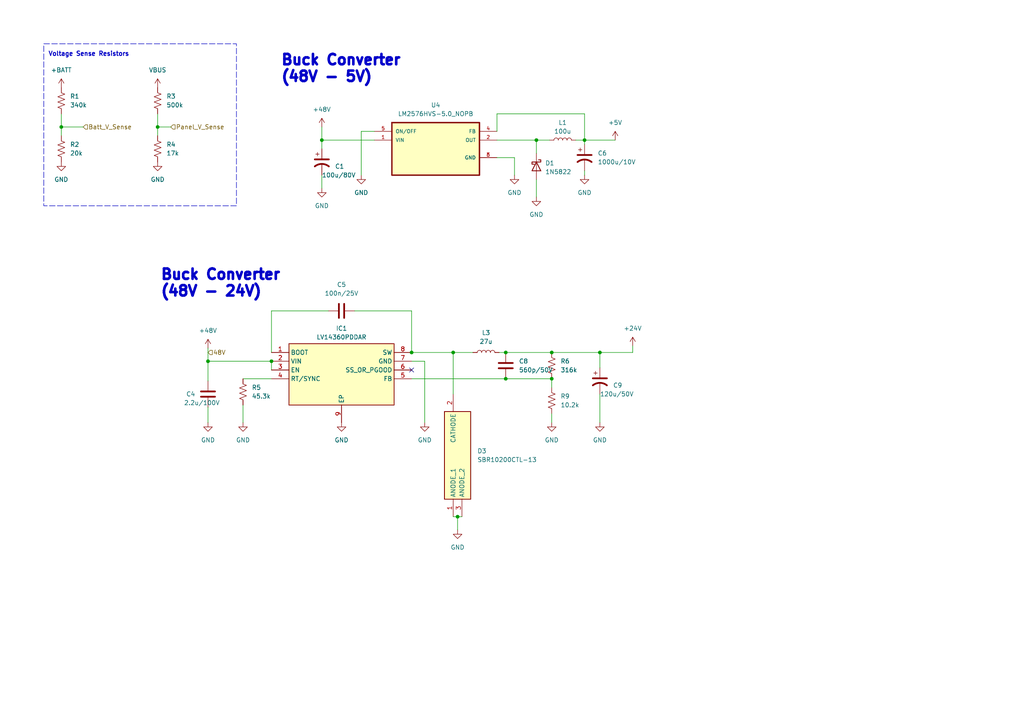
<source format=kicad_sch>
(kicad_sch (version 20230121) (generator eeschema)
  (paper "A4")
  (lib_symbols
    (symbol "C_Polarized_US_1" (pin_numbers hide) (pin_names (offset 0.254) hide)
      (property "Reference" "C6" (at 3.81 -1.27 0))
      (property "Value" "100u/80V" (at 0 -3.81 0))
      (symbol "C_Polarized_US_1_0_1"
        (polyline (pts (xy -2.032 0.762) (xy 2.032 0.762)) (stroke (width 0.508)))
        (polyline (pts (xy -1.778 2.286) (xy -0.762 2.286)))
        (polyline (pts (xy -1.27 1.778) (xy -1.27 2.794)))
        (arc (start 2.032 -1.27) (mid 0 -0.5572) (end -2.032 -1.27) (stroke (width 0.508)))
      )
      (symbol "C_Polarized_US_1_1_1"
        (pin passive line (at 0 -3.81 90) (length 3.302) (name "~") (number "N"))
        (pin passive line (at 0 3.81 270) (length 2.794) (name "~") (number "P"))
      )
    )
    (symbol "Device:C" (pin_numbers hide) (pin_names (offset 0.254))
      (property "Reference" "C" (at 0.635 2.54 0))
      (property "Value" "C" (at 0.635 -2.54 0))
      (symbol "C_0_1"
        (polyline (pts (xy -2.032 -0.762) (xy 2.032 -0.762)) (stroke (width 0.508)))
        (polyline (pts (xy -2.032 0.762) (xy 2.032 0.762)) (stroke (width 0.508)))
      )
      (symbol "C_1_1"
        (pin passive line (at 0 3.81 270) (length 2.794) (name "~") (number "1"))
        (pin passive line (at 0 -3.81 90) (length 2.794) (name "~") (number "2"))
      )
    )
    (symbol "Device:C_Polarized_US" (pin_numbers hide) (pin_names (offset 0.254) hide)
      (property "Reference" "C3" (at 3.81 1.27 0))
      (property "Value" "1000u/10V" (at 3.81 -1.27 0))
      (symbol "C_Polarized_US_0_1"
        (polyline (pts (xy -2.032 0.762) (xy 2.032 0.762)) (stroke (width 0.508)))
        (polyline (pts (xy -1.778 2.286) (xy -0.762 2.286)))
        (polyline (pts (xy -1.27 1.778) (xy -1.27 2.794)))
        (arc (start 2.032 -1.27) (mid 0 -0.5572) (end -2.032 -1.27) (stroke (width 0.508)))
      )
      (symbol "C_Polarized_US_1_1"
        (pin passive line (at 0 -3.81 90) (length 3.302) (name "~") (number "N"))
        (pin passive line (at 0 3.81 270) (length 2.794) (name "~") (number "P"))
      )
    )
    (symbol "Device:L" (pin_numbers hide) (pin_names (offset 1.016) hide)
      (property "Reference" "L" (at -1.27 0 90))
      (property "Value" "L" (at 1.905 0 90))
      (symbol "L_0_1"
        (arc (start 0 -2.54) (mid 0.6323 -1.905) (end 0 -1.27))
        (arc (start 0 -1.27) (mid 0.6323 -0.635) (end 0 0))
        (arc (start 0 0) (mid 0.6323 0.635) (end 0 1.27))
        (arc (start 0 1.27) (mid 0.6323 1.905) (end 0 2.54))
      )
      (symbol "L_1_1"
        (pin passive line (at 0 3.81 270) (length 1.27) (name "1") (number "1"))
        (pin passive line (at 0 -3.81 90) (length 1.27) (name "2") (number "2"))
      )
    )
    (symbol "Device:R_US" (pin_numbers hide) (pin_names (offset 0))
      (property "Reference" "R" (at 2.54 0 90))
      (property "Value" "R_US" (at -2.54 0 90))
      (symbol "R_US_0_1"
        (polyline (pts (xy 0 -2.286) (xy 0 -2.54)))
        (polyline (pts (xy 0 2.286) (xy 0 2.54)))
        (polyline (pts (xy 0 -0.762) (xy 1.016 -1.143) (xy 0 -1.524) (xy -1.016 -1.905) (xy 0 -2.286)))
        (polyline (pts (xy 0 0.762) (xy 1.016 0.381) (xy 0 0) (xy -1.016 -0.381) (xy 0 -0.762)))
        (polyline (pts (xy 0 2.286) (xy 1.016 1.905) (xy 0 1.524) (xy -1.016 1.143) (xy 0 0.762)))
      )
      (symbol "R_US_1_1"
        (pin passive line (at 0 3.81 270) (length 1.27) (name "~") (number "1"))
        (pin passive line (at 0 -3.81 90) (length 1.27) (name "~") (number "2"))
      )
    )
    (symbol "Diode:1N5822" (pin_numbers hide) (pin_names (offset 1.016) hide)
      (property "Reference" "D" (at 0 2.54 0))
      (property "Value" "1N5822" (at 0 -2.54 0))
      (symbol "1N5822_0_1"
        (polyline (pts (xy 1.27 0) (xy -1.27 0)))
        (polyline (pts (xy 1.27 1.27) (xy 1.27 -1.27) (xy -1.27 0) (xy 1.27 1.27)) (stroke (width 0.254)))
        (polyline (pts (xy -1.905 0.635) (xy -1.905 1.27) (xy -1.27 1.27) (xy -1.27 -1.27) (xy -0.635 -1.27) (xy -0.635 -0.635)) (stroke (width 0.254)))
      )
      (symbol "1N5822_1_1"
        (pin passive line (at -3.81 0 0) (length 2.54) (name "K") (number "1"))
        (pin passive line (at 3.81 0 180) (length 2.54) (name "A") (number "2"))
      )
    )
    (symbol "LM2576S-12_NOPB:LM2576S-12_NOPB" (pin_names (offset 1.016))
      (property "Reference" "U" (at -12.7 8.62 0))
      (property "Value" "LM2576S-12_NOPB" (at -12.7 -11.62 0))
      (symbol "LM2576S-12_NOPB_0_0"
        (rectangle (start -12.7 -7.62) (end 12.7 7.62) (stroke (width 0.41)) (fill (type background)))
        (pin input line (at -17.78 2.54 0) (length 5.08) (name "VIN") (number "1"))
        (pin output line (at 17.78 2.54 180) (length 5.08) (name "OUT") (number "2"))
        (pin power_in line (at 17.78 -2.54 180) (length 5.08) (name "GND") (number "3"))
        (pin output line (at 17.78 5.08 180) (length 5.08) (name "FB") (number "4"))
        (pin input line (at -17.78 5.08 0) (length 5.08) (name "ON/OFF") (number "5"))
        (pin power_in line (at 17.78 -2.54 180) (length 5.08) (name "GND") (number "6"))
      )
    )
    (symbol "LV14360PDDAR:LV14360PDDAR"
      (property "Reference" "IC" (at 36.83 7.62 0))
      (property "Value" "LV14360PDDAR" (at 36.83 5.08 0))
      (symbol "LV14360PDDAR_1_1"
        (rectangle (start 5.08 2.54) (end 35.56 -15.24) (stroke (width 0.254)) (fill (type background)))
        (pin passive line (at 0 0 0) (length 5.08) (name "BOOT") (number "1"))
        (pin passive line (at 0 -2.54 0) (length 5.08) (name "VIN") (number "2"))
        (pin passive line (at 0 -5.08 0) (length 5.08) (name "EN") (number "3"))
        (pin passive line (at 0 -7.62 0) (length 5.08) (name "RT/SYNC") (number "4"))
        (pin passive line (at 40.64 -7.62 180) (length 5.08) (name "FB") (number "5"))
        (pin passive line (at 40.64 -5.08 180) (length 5.08) (name "SS_OR_PGOOD") (number "6"))
        (pin passive line (at 40.64 -2.54 180) (length 5.08) (name "GND") (number "7"))
        (pin passive line (at 40.64 0 180) (length 5.08) (name "SW") (number "8"))
        (pin passive line (at 20.32 -20.32 90) (length 5.08) (name "EP") (number "9"))
      )
    )
    (symbol "SBR10200CTL-13:SBR10200CTL-13"
      (property "Reference" "D" (at 31.75 7.62 0))
      (property "Value" "SBR10200CTL-13" (at 31.75 5.08 0))
      (symbol "SBR10200CTL-13_1_1"
        (rectangle (start 5.08 2.54) (end 30.48 -5.08) (stroke (width 0.254)) (fill (type background)))
        (pin passive line (at 0 0 0) (length 5.08) (name "ANODE_1") (number "1"))
        (pin passive line (at 35.56 0 180) (length 5.08) (name "CATHODE") (number "2"))
        (pin passive line (at 0 -2.54 0) (length 5.08) (name "ANODE_2") (number "3"))
      )
    )
    (symbol "power:+24V" (power) (pin_names (offset 0))
      (property "Value" "+24V" (at 0 3.556 0))
      (symbol "+24V_0_1"
        (polyline (pts (xy -0.762 1.27) (xy 0 2.54)))
        (polyline (pts (xy 0 0) (xy 0 2.54)))
        (polyline (pts (xy 0 2.54) (xy 0.762 1.27)))
      )
      (symbol "+24V_1_1"
        (pin power_in line (at 0 0 90) (length 0) hide (name "+24V") (number "1"))
      )
    )
    (symbol "power:+48V" (power) (pin_names (offset 0))
      (property "Value" "+48V" (at 0 3.556 0))
      (symbol "+48V_0_1"
        (polyline (pts (xy -0.762 1.27) (xy 0 2.54)))
        (polyline (pts (xy 0 0) (xy 0 2.54)))
        (polyline (pts (xy 0 2.54) (xy 0.762 1.27)))
      )
      (symbol "+48V_1_1"
        (pin power_in line (at 0 0 90) (length 0) hide (name "+48V") (number "1"))
      )
    )
    (symbol "power:+5V" (power) (pin_names (offset 0))
      (property "Value" "+5V" (at 0 3.556 0))
      (symbol "+5V_0_1"
        (polyline (pts (xy -0.762 1.27) (xy 0 2.54)))
        (polyline (pts (xy 0 0) (xy 0 2.54)))
        (polyline (pts (xy 0 2.54) (xy 0.762 1.27)))
      )
      (symbol "+5V_1_1"
        (pin power_in line (at 0 0 90) (length 0) hide (name "+5V") (number "1"))
      )
    )
    (symbol "power:+BATT" (power) (pin_names (offset 0))
      (property "Value" "+BATT" (at 0 3.556 0))
      (symbol "+BATT_0_1"
        (polyline (pts (xy -0.762 1.27) (xy 0 2.54)))
        (polyline (pts (xy 0 0) (xy 0 2.54)))
        (polyline (pts (xy 0 2.54) (xy 0.762 1.27)))
      )
      (symbol "+BATT_1_1"
        (pin power_in line (at 0 0 90) (length 0) hide (name "+BATT") (number "1"))
      )
    )
    (symbol "power:GND" (power) (pin_names (offset 0))
      (property "Value" "GND" (at 0 -3.81 0))
      (symbol "GND_0_1"
        (polyline (pts (xy 0 0) (xy 0 -1.27) (xy 1.27 -1.27) (xy 0 -2.54) (xy -1.27 -1.27) (xy 0 -1.27)))
      )
      (symbol "GND_1_1"
        (pin power_in line (at 0 0 270) (length 0) hide (name "GND") (number "1"))
      )
    )
    (symbol "power:VBUS" (power) (pin_names (offset 0))
      (property "Value" "VBUS" (at 0 3.81 0))
      (symbol "VBUS_0_1"
        (polyline (pts (xy -0.762 1.27) (xy 0 2.54)))
        (polyline (pts (xy 0 0) (xy 0 2.54)))
        (polyline (pts (xy 0 2.54) (xy 0.762 1.27)))
      )
      (symbol "VBUS_1_1"
        (pin power_in line (at 0 0 90) (length 0) hide (name "VBUS") (number "1"))
      )
    )
  )
  (junction (at 17.78 36.83))
  (junction (at 169.545 40.64))
  (junction (at 60.325 104.775))
  (junction (at 119.38 102.235))
  (junction (at 173.99 102.235))
  (junction (at 78.74 104.775))
  (junction (at 45.72 36.83))
  (junction (at 93.345 40.64))
  (junction (at 160.02 102.235))
  (junction (at 146.685 109.855))
  (junction (at 160.02 109.855))
  (junction (at 146.685 102.235))
  (junction (at 155.575 40.64))
  (junction (at 132.715 149.86))
  (junction (at 131.445 102.235))
  (no_connect (at 119.38 107.315))
  (wire (pts (xy 173.99 102.235) (xy 160.02 102.235)))
  (wire (pts (xy 123.19 104.775) (xy 123.19 122.555)))
  (wire (pts (xy 144.78 102.235) (xy 146.685 102.235)))
  (wire (pts (xy 93.345 36.83) (xy 93.345 40.64)))
  (wire (pts (xy 119.38 90.17) (xy 119.38 102.235)))
  (wire (pts (xy 119.38 109.855) (xy 146.685 109.855)))
  (wire (pts (xy 132.715 149.86) (xy 133.985 149.86)))
  (wire (pts (xy 45.72 33.02) (xy 45.72 36.83)))
  (wire (pts (xy 60.325 100.965) (xy 60.325 104.775)))
  (wire (pts (xy 78.74 90.17) (xy 78.74 102.235)))
  (wire (pts (xy 144.145 40.64) (xy 155.575 40.64)))
  (wire (pts (xy 146.685 102.235) (xy 160.02 102.235)))
  (wire (pts (xy 104.775 38.1) (xy 104.775 50.8)))
  (wire (pts (xy 144.145 33.02) (xy 144.145 38.1)))
  (wire (pts (xy 108.585 38.1) (xy 104.775 38.1)))
  (wire (pts (xy 45.72 36.83) (xy 45.72 39.37)))
  (wire (pts (xy 155.575 40.64) (xy 155.575 44.45)))
  (wire (pts (xy 45.72 36.83) (xy 49.53 36.83)))
  (wire (pts (xy 167.005 40.64) (xy 169.545 40.64)))
  (wire (pts (xy 169.545 40.64) (xy 169.545 41.91)))
  (wire (pts (xy 169.545 49.53) (xy 169.545 50.8)))
  (wire (pts (xy 144.145 45.72) (xy 149.225 45.72)))
  (wire (pts (xy 78.74 109.855) (xy 70.485 109.855)))
  (wire (pts (xy 95.25 90.17) (xy 78.74 90.17)))
  (wire (pts (xy 93.345 40.64) (xy 93.345 43.18)))
  (wire (pts (xy 60.325 104.775) (xy 60.325 110.49)))
  (wire (pts (xy 169.545 40.64) (xy 178.435 40.64)))
  (wire (pts (xy 60.325 104.775) (xy 78.74 104.775)))
  (wire (pts (xy 119.38 104.775) (xy 123.19 104.775)))
  (wire (pts (xy 149.225 45.72) (xy 149.225 50.8)))
  (wire (pts (xy 169.545 33.02) (xy 144.145 33.02)))
  (wire (pts (xy 119.38 102.235) (xy 131.445 102.235)))
  (wire (pts (xy 78.74 104.775) (xy 78.74 107.315)))
  (wire (pts (xy 70.485 122.555) (xy 70.485 117.475)))
  (wire (pts (xy 183.515 100.33) (xy 183.515 102.235)))
  (wire (pts (xy 102.87 90.17) (xy 119.38 90.17)))
  (wire (pts (xy 173.99 106.68) (xy 173.99 102.235)))
  (wire (pts (xy 17.78 36.83) (xy 24.13 36.83)))
  (wire (pts (xy 160.02 120.015) (xy 160.02 122.555)))
  (wire (pts (xy 131.445 102.235) (xy 131.445 114.3)))
  (wire (pts (xy 131.445 149.86) (xy 132.715 149.86)))
  (wire (pts (xy 131.445 102.235) (xy 137.16 102.235)))
  (wire (pts (xy 132.715 149.86) (xy 132.715 153.67)))
  (wire (pts (xy 183.515 102.235) (xy 173.99 102.235)))
  (wire (pts (xy 155.575 40.64) (xy 159.385 40.64)))
  (wire (pts (xy 93.345 40.64) (xy 108.585 40.64)))
  (wire (pts (xy 17.78 36.83) (xy 17.78 39.37)))
  (wire (pts (xy 169.545 40.64) (xy 169.545 33.02)))
  (wire (pts (xy 155.575 52.07) (xy 155.575 57.15)))
  (wire (pts (xy 17.78 33.02) (xy 17.78 36.83)))
  (wire (pts (xy 146.685 109.855) (xy 160.02 109.855)))
  (wire (pts (xy 60.325 118.11) (xy 60.325 122.555)))
  (wire (pts (xy 93.345 50.8) (xy 93.345 54.61)))
  (wire (pts (xy 160.02 109.855) (xy 160.02 112.395)))
  (wire (pts (xy 173.99 114.3) (xy 173.99 122.555)))
  (rectangle (start 12.7 12.7) (end 68.58 59.69) (stroke (width 0) (type dash)))
  (text "Voltage Sense Resistors" (at 13.97 16.51 0) (effects (font (size 1.27 1.27) (thickness 0.254) bold) (justify left bottom)))
  (text "Buck Converter \n(48V - 24V)\n" (at 46.355 86.36 0) (effects (font (size 3 3) (thickness 1) bold) (justify left bottom)))
  (text "Buck Converter \n(48V - 5V)\n" (at 81.28 24.13 0) (effects (font (size 3 3) (thickness 1) bold) (justify left bottom)))
  (hierarchical_label "Batt_V_Sense" (shape input) (at 24.13 36.83 0))
  (hierarchical_label "48V" (shape input) (at 60.325 102.235 0))
  (hierarchical_label "Panel_V_Sense" (shape input) (at 49.53 36.83 0))
  (symbol (lib_id "Device:R_US") (at 70.485 113.665 0) (unit 1)
    (property "Reference" "R5" (at 73.025 112.395 0) (effects (justify left)))
    (property "Value" "45.3k" (at 73.025 114.935 0) (effects (justify left)))
    (property "Footprint" "Resistor_SMD:R_0805_2012Metric_Pad1.20x1.40mm_HandSolder" (effects hide))
  )
  (symbol (lib_id "power:GND") (at 132.715 153.67 0) (unit 1)
    (property "Reference" "#PWR036" (effects hide))
    (property "Value" "GND" (at 132.715 158.75 0))
  )
  (symbol (lib_id "LM2576S-12_NOPB:LM2576S-12_NOPB") (at 126.365 43.18 0) (unit 1)
    (property "Reference" "U4" (at 126.365 30.48 0))
    (property "Value" "LM2576HVS-5.0_NOPB" (at 126.365 33.02 0))
    (property "Footprint" "Package_TO_SOT_SMD:TO-263-5_TabPin3" (effects hide))
    (property "DigiKey_Part_Number" "LM2576S-12/NOPB-ND" (effects hide))
    (property "MF" "Texas Instruments" (effects hide))
    (property "Purchase-URL" "https://www.snapeda.com/api/url_track_click_mouser/?unipart_id=470772&manufacturer=Texas Instruments&part_name=LM2576S-12/NOPB&search_term=None" (effects hide))
    (property "Package" "TO-263-5 Texas Instruments" (effects hide))
    (property "SnapEDA_Link" "https://www.snapeda.com/parts/LM2576S-12/NOPB/Texas+Instruments/view-part/?ref=snap" (effects hide))
    (property "MP" "LM2576S-12/NOPB" (effects hide))
    (property "Description" "\nSIMPLE SWITCHER&reg; 40V, 3A Low Component Count Step-Down Regulator\n" (effects hide))
    (property "Check_prices" "https://www.snapeda.com/parts/LM2576S-12/NOPB/Texas+Instruments/view-part/?ref=eda" (effects hide))
  )
  (symbol (lib_id "Device:L") (at 163.195 40.64 90) (unit 1)
    (property "Reference" "L1" (at 163.195 35.56 90))
    (property "Value" "100u" (at 163.195 38.1 90))
    (property "Footprint" "Inductor_SMD:L_12x12mm_H6mm" (effects hide))
  )
  (symbol (lib_id "power:GND") (at 104.775 50.8 0) (unit 1)
    (property "Reference" "#PWR0102" (effects hide))
    (property "Value" "GND" (at 104.775 55.88 0))
  )
  (symbol (lib_id "power:GND") (at 99.06 122.555 0) (unit 1)
    (property "Reference" "#PWR0105" (effects hide))
    (property "Value" "GND" (at 99.06 127.635 0))
  )
  (symbol (lib_id "power:+24V") (at 183.515 100.33 0) (unit 1)
    (property "Reference" "#PWR043" (effects hide))
    (property "Value" "+24V" (at 183.515 95.25 0))
  )
  (symbol (lib_id "power:+BATT") (at 17.78 25.4 0) (unit 1)
    (property "Reference" "#PWR06" (effects hide))
    (property "Value" "+BATT" (at 17.78 20.32 0))
  )
  (symbol (lib_id "power:GND") (at 155.575 57.15 0) (unit 1)
    (property "Reference" "#PWR033" (effects hide))
    (property "Value" "GND" (at 155.575 62.23 0))
  )
  (symbol (lib_id "power:GND") (at 123.19 122.555 0) (unit 1)
    (property "Reference" "#PWR035" (effects hide))
    (property "Value" "GND" (at 123.19 127.635 0))
  )
  (symbol (lib_id "Device:R_US") (at 160.02 116.205 0) (unit 1)
    (property "Reference" "R9" (at 162.56 114.935 0) (effects (justify left)))
    (property "Value" "10.2k" (at 162.56 117.475 0) (effects (justify left)))
    (property "Footprint" "Resistor_SMD:R_0805_2012Metric_Pad1.20x1.40mm_HandSolder" (effects hide))
  )
  (symbol (lib_id "Device:L") (at 140.97 102.235 90) (unit 1)
    (property "Reference" "L3" (at 140.97 96.52 90))
    (property "Value" "27u" (at 140.97 99.06 90))
    (property "Footprint" "Inductor_SMD:L_12x12mm_H6mm" (effects hide))
  )
  (symbol (lib_id "LV14360PDDAR:LV14360PDDAR") (at 78.74 102.235 0) (unit 1)
    (property "Reference" "IC1" (at 99.06 95.25 0))
    (property "Value" "LV14360PDDAR" (at 99.06 97.79 0))
    (property "Footprint" "SOIC127P600X170-9N" (effects hide))
    (property "Datasheet" "https://www.ti.com/lit/gpn/lv14360" (effects hide))
    (property "Height" "1.7" (effects hide))
    (property "Manufacturer_Name" "Texas Instruments" (effects hide))
    (property "Manufacturer_Part_Number" "LV14360PDDAR" (effects hide))
    (property "Mouser Part Number" "595-LV14360PDDAR" (effects hide))
    (property "Mouser Price/Stock" "https://www.mouser.co.uk/ProductDetail/Texas-Instruments/LV14360PDDAR?qs=l4Gc20tDgJK26f7kBSXgIg%3D%3D" (effects hide))
    (property "Arrow Part Number" "LV14360PDDAR" (effects hide))
    (property "Arrow Price/Stock" "https://www.arrow.com/en/products/lv14360pddar/texas-instruments?region=nac" (effects hide))
  )
  (symbol (lib_name "C_Polarized_US_1") (lib_id "Device:C_Polarized_US") (at 93.345 46.99 0) (unit 1)
    (property "Reference" "C1" (at 97.155 48.26 0) (effects (justify left)))
    (property "Value" "100u/80V" (at 93.345 50.8 0) (effects (justify left)))
    (property "Footprint" "Capacitor_THT:CP_Radial_D10.0mm_P5.00mm" (effects hide))
  )
  (symbol (lib_id "power:+48V") (at 60.325 100.965 0) (unit 1)
    (property "Reference" "#PWR0108" (effects hide))
    (property "Value" "+48V" (at 60.325 95.885 0))
  )
  (symbol (lib_id "Diode:1N5822") (at 155.575 48.26 270) (unit 1)
    (property "Reference" "D1" (at 158.115 47.3075 90) (effects (justify left)))
    (property "Value" "1N5822" (at 158.115 49.8475 90) (effects (justify left)))
    (property "Footprint" "Diode_THT:D_DO-201AD_P15.24mm_Horizontal" (effects hide))
    (property "Datasheet" "http://www.vishay.com/docs/88526/1n5820.pdf" (effects hide))
  )
  (symbol (lib_id "power:GND") (at 173.99 122.555 0) (unit 1)
    (property "Reference" "#PWR042" (effects hide))
    (property "Value" "GND" (at 173.99 127.635 0))
  )
  (symbol (lib_id "power:GND") (at 149.225 50.8 0) (unit 1)
    (property "Reference" "#PWR0101" (effects hide))
    (property "Value" "GND" (at 149.225 55.88 0))
  )
  (symbol (lib_id "Device:C") (at 146.685 106.045 180) (unit 1)
    (property "Reference" "C8" (at 150.495 104.775 0) (effects (justify right)))
    (property "Value" "560p/50V" (at 150.495 107.315 0) (effects (justify right)))
    (property "Footprint" "Capacitor_SMD:C_0805_2012Metric_Pad1.18x1.45mm_HandSolder" (effects hide))
  )
  (symbol (lib_id "power:GND") (at 60.325 122.555 0) (unit 1)
    (property "Reference" "#PWR0106" (effects hide))
    (property "Value" "GND" (at 60.325 127.635 0))
  )
  (symbol (lib_id "SBR10200CTL-13:SBR10200CTL-13") (at 131.445 149.86 90) (unit 1)
    (property "Reference" "D3" (at 138.43 130.81 90) (effects (justify right)))
    (property "Value" "SBR10200CTL-13" (at 138.43 133.35 90) (effects (justify right)))
    (property "Footprint" "ZLDO1117K50TC" (effects hide))
    (property "Datasheet" "https://componentsearchengine.com/Datasheets/1/SBR10200CTL-13.pdf" (effects hide))
    (property "Height" "2" (effects hide))
    (property "Mouser Part Number" "621-SBR10200CTL-13" (effects hide))
    (property "Mouser Price/Stock" "https://www.mouser.co.uk/ProductDetail/Diodes-Incorporated/SBR10200CTL-13?qs=aXnpsjvrXd14kGc6%2FFum3Q%3D%3D" (effects hide))
    (property "Manufacturer_Name" "Diodes Incorporated" (effects hide))
    (property "Manufacturer_Part_Number" "SBR10200CTL-13" (effects hide))
  )
  (symbol (lib_id "Device:C") (at 99.06 90.17 90) (unit 1)
    (property "Reference" "C5" (at 99.06 82.55 90))
    (property "Value" "100n/25V" (at 99.06 85.09 90))
    (property "Footprint" "Capacitor_SMD:C_0402_1005Metric_Pad0.74x0.62mm_HandSolder" (effects hide))
  )
  (symbol (lib_id "power:GND") (at 45.72 46.99 0) (unit 1)
    (property "Reference" "#PWR010" (effects hide))
    (property "Value" "GND" (at 45.72 52.07 0))
  )
  (symbol (lib_id "power:GND") (at 17.78 46.99 0) (unit 1)
    (property "Reference" "#PWR08" (effects hide))
    (property "Value" "GND" (at 17.78 52.07 0))
  )
  (symbol (lib_id "power:GND") (at 169.545 50.8 0) (unit 1)
    (property "Reference" "#PWR037" (effects hide))
    (property "Value" "GND" (at 169.545 55.88 0))
  )
  (symbol (lib_id "power:GND") (at 93.345 54.61 0) (unit 1)
    (property "Reference" "#PWR0103" (effects hide))
    (property "Value" "GND" (at 93.345 59.69 0))
  )
  (symbol (lib_id "Device:R_US") (at 17.78 29.21 0) (unit 1)
    (property "Reference" "R1" (at 20.32 27.94 0) (effects (justify left)))
    (property "Value" "340k" (at 20.32 30.48 0) (effects (justify left)))
    (property "Footprint" "Resistor_SMD:R_0805_2012Metric_Pad1.20x1.40mm_HandSolder" (effects hide))
  )
  (symbol (lib_name "C_Polarized_US_1") (lib_id "Device:C_Polarized_US") (at 173.99 110.49 0) (unit 1)
    (property "Reference" "C9" (at 177.8 111.76 0) (effects (justify left)))
    (property "Value" "120u/50V" (at 173.99 114.3 0) (effects (justify left)))
    (property "Footprint" "Capacitor_THT:CP_Radial_D8.0mm_P5.00mm" (effects hide))
  )
  (symbol (lib_id "Device:R_US") (at 160.02 106.045 0) (unit 1)
    (property "Reference" "R6" (at 162.56 104.775 0) (effects (justify left)))
    (property "Value" "316k" (at 162.56 107.315 0) (effects (justify left)))
    (property "Footprint" "Resistor_SMD:R_0805_2012Metric_Pad1.20x1.40mm_HandSolder" (effects hide))
  )
  (symbol (lib_id "power:GND") (at 70.485 122.555 0) (unit 1)
    (property "Reference" "#PWR0107" (effects hide))
    (property "Value" "GND" (at 70.485 127.635 0))
  )
  (symbol (lib_id "power:GND") (at 160.02 122.555 0) (unit 1)
    (property "Reference" "#PWR041" (effects hide))
    (property "Value" "GND" (at 160.02 127.635 0))
  )
  (symbol (lib_id "power:+5V") (at 178.435 40.64 0) (unit 1)
    (property "Reference" "#PWR039" (effects hide))
    (property "Value" "+5V" (at 178.435 35.56 0))
  )
  (symbol (lib_id "power:+48V") (at 93.345 36.83 0) (unit 1)
    (property "Reference" "#PWR0104" (effects hide))
    (property "Value" "+48V" (at 93.345 31.75 0))
  )
  (symbol (lib_id "power:VBUS") (at 45.72 25.4 0) (unit 1)
    (property "Reference" "#PWR09" (effects hide))
    (property "Value" "VBUS" (at 45.72 20.32 0))
  )
  (symbol (lib_id "Device:R_US") (at 45.72 29.21 0) (unit 1)
    (property "Reference" "R3" (at 48.26 27.94 0) (effects (justify left)))
    (property "Value" "500k" (at 48.26 30.48 0) (effects (justify left)))
    (property "Footprint" "Resistor_SMD:R_0805_2012Metric_Pad1.20x1.40mm_HandSolder" (effects hide))
  )
  (symbol (lib_id "Device:R_US") (at 45.72 43.18 0) (unit 1)
    (property "Reference" "R4" (at 48.26 41.91 0) (effects (justify left)))
    (property "Value" "17k" (at 48.26 44.45 0) (effects (justify left)))
    (property "Footprint" "Resistor_SMD:R_0805_2012Metric_Pad1.20x1.40mm_HandSolder" (effects hide))
  )
  (symbol (lib_id "Device:C_Polarized_US") (at 169.545 45.72 0) (unit 1)
    (property "Reference" "C6" (at 173.355 44.45 0) (effects (justify left)))
    (property "Value" "1000u/10V" (at 173.355 46.99 0) (effects (justify left)))
    (property "Footprint" "Capacitor_THT:CP_Radial_D10.0mm_P5.00mm" (effects hide))
  )
  (symbol (lib_id "Device:C") (at 60.325 114.3 0) (unit 1)
    (property "Reference" "C4" (at 53.975 114.3 0) (effects (justify left)))
    (property "Value" "2.2u/100V" (at 53.34 116.84 0) (effects (justify left)))
    (property "Footprint" "Capacitor_SMD:C_1210_3225Metric_Pad1.33x2.70mm_HandSolder" (effects hide))
  )
  (symbol (lib_id "Device:R_US") (at 17.78 43.18 0) (unit 1)
    (property "Reference" "R2" (at 20.32 41.91 0) (effects (justify left)))
    (property "Value" "20k" (at 20.32 44.45 0) (effects (justify left)))
    (property "Footprint" "Resistor_SMD:R_0805_2012Metric_Pad1.20x1.40mm_HandSolder" (effects hide))
  )
)
</source>
